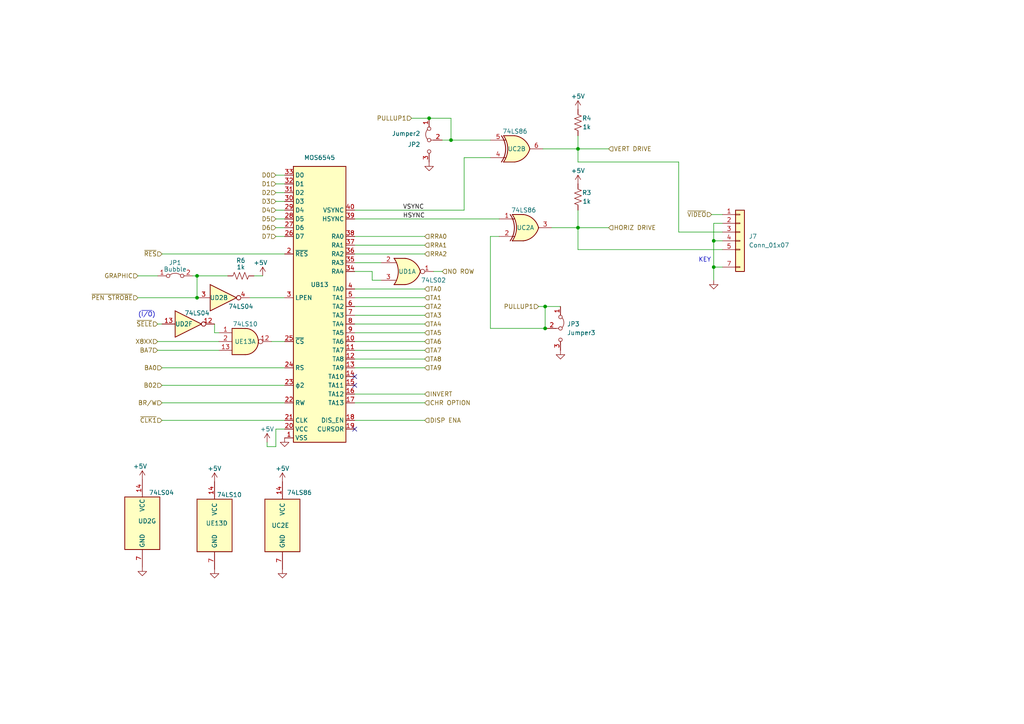
<source format=kicad_sch>
(kicad_sch (version 20250114) (generator "eeschema") (generator_version "9.0")
  (paper "A4")
  (title_block (title "CRTC and Sync Buffers") (rev "E") (company "Commodore") (comment 1 "8032081-10") (comment 2 "Logic Diagram Universal Dynamic PET") (comment 3 "http://www.zimmers.net/anonftp/pub/cbm/schematics/computers/pet/univ/8032081-10.gif"))
  (lib_symbols
    (symbol "74xx:74LS02" (pin_names (offset 1.016))
      (property "Reference" "U" (at 0 1.27 0))
      (property "Value" "74LS02" (at 0 -1.27 0))
      (symbol "74LS02_1_1"
        (arc (start -3.81 3.81) (mid -2.589 0) (end -3.81 -3.81) (stroke (width 0.254)))
        (polyline (pts (xy -3.81 3.81) (xy -0.635 3.81)) (stroke (width 0.254)) (fill (type background)))
        (polyline (pts (xy -3.81 -3.81) (xy -0.635 -3.81)) (stroke (width 0.254)) (fill (type background)))
        (arc (start 3.81 0) (mid 2.1855 -2.584) (end -0.6096 -3.81) (stroke (width 0.254)) (fill (type background)))
        (arc (start -0.6096 3.81) (mid 2.1928 2.5924) (end 3.81 0) (stroke (width 0.254)) (fill (type background)))
        (polyline (pts (xy -0.635 3.81) (xy -3.81 3.81) (xy -3.81 3.81) (xy -3.556 3.4036) (xy -3.0226 2.2606) (xy -2.6924 1.0414) (xy -2.6162 -0.254) (xy -2.7686 -1.4986) (xy -3.175 -2.7178) (xy -3.81 -3.81) (xy -3.81 -3.81) (xy -0.635 -3.81)) (stroke (width -25.4)) (fill (type background)))
        (pin input line (at -7.62 2.54 0) (length 4.318) (name "~") (number "2"))
        (pin input line (at -7.62 -2.54 0) (length 4.318) (name "~") (number "3"))
        (pin output inverted (at 7.62 0 180) (length 3.81) (name "~") (number "1"))
      )
      (symbol "74LS02_1_2"
        (arc (start 0 3.81) (mid 3.7934 0) (end 0 -3.81) (stroke (width 0.254)) (fill (type background)))
        (polyline (pts (xy 0 3.81) (xy -3.81 3.81) (xy -3.81 -3.81) (xy 0 -3.81)) (stroke (width 0.254)) (fill (type background)))
        (pin input inverted (at -7.62 2.54 0) (length 3.81) (name "~") (number "2"))
        (pin input inverted (at -7.62 -2.54 0) (length 3.81) (name "~") (number "3"))
        (pin output line (at 7.62 0 180) (length 3.81) (name "~") (number "1"))
      )
      (symbol "74LS02_2_1"
        (arc (start -3.81 3.81) (mid -2.589 0) (end -3.81 -3.81) (stroke (width 0.254)))
        (polyline (pts (xy -3.81 3.81) (xy -0.635 3.81)) (stroke (width 0.254)) (fill (type background)))
        (polyline (pts (xy -3.81 -3.81) (xy -0.635 -3.81)) (stroke (width 0.254)) (fill (type background)))
        (arc (start 3.81 0) (mid 2.1855 -2.584) (end -0.6096 -3.81) (stroke (width 0.254)) (fill (type background)))
        (arc (start -0.6096 3.81) (mid 2.1928 2.5924) (end 3.81 0) (stroke (width 0.254)) (fill (type background)))
        (polyline (pts (xy -0.635 3.81) (xy -3.81 3.81) (xy -3.81 3.81) (xy -3.556 3.4036) (xy -3.0226 2.2606) (xy -2.6924 1.0414) (xy -2.6162 -0.254) (xy -2.7686 -1.4986) (xy -3.175 -2.7178) (xy -3.81 -3.81) (xy -3.81 -3.81) (xy -0.635 -3.81)) (stroke (width -25.4)) (fill (type background)))
        (pin input line (at -7.62 2.54 0) (length 4.318) (name "~") (number "5"))
        (pin input line (at -7.62 -2.54 0) (length 4.318) (name "~") (number "6"))
        (pin output inverted (at 7.62 0 180) (length 3.81) (name "~") (number "4"))
      )
      (symbol "74LS02_2_2"
        (arc (start 0 3.81) (mid 3.7934 0) (end 0 -3.81) (stroke (width 0.254)) (fill (type background)))
        (polyline (pts (xy 0 3.81) (xy -3.81 3.81) (xy -3.81 -3.81) (xy 0 -3.81)) (stroke (width 0.254)) (fill (type background)))
        (pin input inverted (at -7.62 2.54 0) (length 3.81) (name "~") (number "5"))
        (pin input inverted (at -7.62 -2.54 0) (length 3.81) (name "~") (number "6"))
        (pin output line (at 7.62 0 180) (length 3.81) (name "~") (number "4"))
      )
      (symbol "74LS02_3_1"
        (arc (start -3.81 3.81) (mid -2.589 0) (end -3.81 -3.81) (stroke (width 0.254)))
        (polyline (pts (xy -3.81 3.81) (xy -0.635 3.81)) (stroke (width 0.254)) (fill (type background)))
        (polyline (pts (xy -3.81 -3.81) (xy -0.635 -3.81)) (stroke (width 0.254)) (fill (type background)))
        (arc (start 3.81 0) (mid 2.1855 -2.584) (end -0.6096 -3.81) (stroke (width 0.254)) (fill (type background)))
        (arc (start -0.6096 3.81) (mid 2.1928 2.5924) (end 3.81 0) (stroke (width 0.254)) (fill (type background)))
        (polyline (pts (xy -0.635 3.81) (xy -3.81 3.81) (xy -3.81 3.81) (xy -3.556 3.4036) (xy -3.0226 2.2606) (xy -2.6924 1.0414) (xy -2.6162 -0.254) (xy -2.7686 -1.4986) (xy -3.175 -2.7178) (xy -3.81 -3.81) (xy -3.81 -3.81) (xy -0.635 -3.81)) (stroke (width -25.4)) (fill (type background)))
        (pin input line (at -7.62 2.54 0) (length 4.318) (name "~") (number "8"))
        (pin input line (at -7.62 -2.54 0) (length 4.318) (name "~") (number "9"))
        (pin output inverted (at 7.62 0 180) (length 3.81) (name "~") (number "10"))
      )
      (symbol "74LS02_3_2"
        (arc (start 0 3.81) (mid 3.7934 0) (end 0 -3.81) (stroke (width 0.254)) (fill (type background)))
        (polyline (pts (xy 0 3.81) (xy -3.81 3.81) (xy -3.81 -3.81) (xy 0 -3.81)) (stroke (width 0.254)) (fill (type background)))
        (pin input inverted (at -7.62 2.54 0) (length 3.81) (name "~") (number "8"))
        (pin input inverted (at -7.62 -2.54 0) (length 3.81) (name "~") (number "9"))
        (pin output line (at 7.62 0 180) (length 3.81) (name "~") (number "10"))
      )
      (symbol "74LS02_4_1"
        (arc (start -3.81 3.81) (mid -2.589 0) (end -3.81 -3.81) (stroke (width 0.254)))
        (polyline (pts (xy -3.81 3.81) (xy -0.635 3.81)) (stroke (width 0.254)) (fill (type background)))
        (polyline (pts (xy -3.81 -3.81) (xy -0.635 -3.81)) (stroke (width 0.254)) (fill (type background)))
        (arc (start 3.81 0) (mid 2.1855 -2.584) (end -0.6096 -3.81) (stroke (width 0.254)) (fill (type background)))
        (arc (start -0.6096 3.81) (mid 2.1928 2.5924) (end 3.81 0) (stroke (width 0.254)) (fill (type background)))
        (polyline (pts (xy -0.635 3.81) (xy -3.81 3.81) (xy -3.81 3.81) (xy -3.556 3.4036) (xy -3.0226 2.2606) (xy -2.6924 1.0414) (xy -2.6162 -0.254) (xy -2.7686 -1.4986) (xy -3.175 -2.7178) (xy -3.81 -3.81) (xy -3.81 -3.81) (xy -0.635 -3.81)) (stroke (width -25.4)) (fill (type background)))
        (pin input line (at -7.62 2.54 0) (length 4.318) (name "~") (number "11"))
        (pin input line (at -7.62 -2.54 0) (length 4.318) (name "~") (number "12"))
        (pin output inverted (at 7.62 0 180) (length 3.81) (name "~") (number "13"))
      )
      (symbol "74LS02_4_2"
        (arc (start 0 3.81) (mid 3.7934 0) (end 0 -3.81) (stroke (width 0.254)) (fill (type background)))
        (polyline (pts (xy 0 3.81) (xy -3.81 3.81) (xy -3.81 -3.81) (xy 0 -3.81)) (stroke (width 0.254)) (fill (type background)))
        (pin input inverted (at -7.62 2.54 0) (length 3.81) (name "~") (number "11"))
        (pin input inverted (at -7.62 -2.54 0) (length 3.81) (name "~") (number "12"))
        (pin output line (at 7.62 0 180) (length 3.81) (name "~") (number "13"))
      )
      (symbol "74LS02_5_0"
        (pin power_in line (at 0 12.7 270) (length 5.08) (name "VCC") (number "14"))
        (pin power_in line (at 0 -12.7 90) (length 5.08) (name "GND") (number "7"))
      )
      (symbol "74LS02_5_1"
        (rectangle (start -5.08 7.62) (end 5.08 -7.62) (stroke (width 0.254)) (fill (type background)))
      )
    )
    (symbol "74xx:74LS04"
      (property "Reference" "U" (at 0 1.27 0))
      (property "Value" "74LS04" (at 0 -1.27 0))
      (symbol "74LS04_1_0"
        (polyline (pts (xy -3.81 3.81) (xy -3.81 -3.81) (xy 3.81 0) (xy -3.81 3.81)) (stroke (width 0.254)) (fill (type background)))
        (pin input line (at -7.62 0 0) (length 3.81) (name "~") (number "1"))
        (pin output inverted (at 7.62 0 180) (length 3.81) (name "~") (number "2"))
      )
      (symbol "74LS04_2_0"
        (polyline (pts (xy -3.81 3.81) (xy -3.81 -3.81) (xy 3.81 0) (xy -3.81 3.81)) (stroke (width 0.254)) (fill (type background)))
        (pin input line (at -7.62 0 0) (length 3.81) (name "~") (number "3"))
        (pin output inverted (at 7.62 0 180) (length 3.81) (name "~") (number "4"))
      )
      (symbol "74LS04_3_0"
        (polyline (pts (xy -3.81 3.81) (xy -3.81 -3.81) (xy 3.81 0) (xy -3.81 3.81)) (stroke (width 0.254)) (fill (type background)))
        (pin input line (at -7.62 0 0) (length 3.81) (name "~") (number "5"))
        (pin output inverted (at 7.62 0 180) (length 3.81) (name "~") (number "6"))
      )
      (symbol "74LS04_4_0"
        (polyline (pts (xy -3.81 3.81) (xy -3.81 -3.81) (xy 3.81 0) (xy -3.81 3.81)) (stroke (width 0.254)) (fill (type background)))
        (pin input line (at -7.62 0 0) (length 3.81) (name "~") (number "9"))
        (pin output inverted (at 7.62 0 180) (length 3.81) (name "~") (number "8"))
      )
      (symbol "74LS04_5_0"
        (polyline (pts (xy -3.81 3.81) (xy -3.81 -3.81) (xy 3.81 0) (xy -3.81 3.81)) (stroke (width 0.254)) (fill (type background)))
        (pin input line (at -7.62 0 0) (length 3.81) (name "~") (number "11"))
        (pin output inverted (at 7.62 0 180) (length 3.81) (name "~") (number "10"))
      )
      (symbol "74LS04_6_0"
        (polyline (pts (xy -3.81 3.81) (xy -3.81 -3.81) (xy 3.81 0) (xy -3.81 3.81)) (stroke (width 0.254)) (fill (type background)))
        (pin input line (at -7.62 0 0) (length 3.81) (name "~") (number "13"))
        (pin output inverted (at 7.62 0 180) (length 3.81) (name "~") (number "12"))
      )
      (symbol "74LS04_7_0"
        (pin power_in line (at 0 12.7 270) (length 5.08) (name "VCC") (number "14"))
        (pin power_in line (at 0 -12.7 90) (length 5.08) (name "GND") (number "7"))
      )
      (symbol "74LS04_7_1"
        (rectangle (start -5.08 7.62) (end 5.08 -7.62) (stroke (width 0.254)) (fill (type background)))
      )
    )
    (symbol "74xx:74LS10" (pin_names (offset 1.016))
      (property "Reference" "U" (at 0 1.27 0))
      (property "Value" "74LS10" (at 0 -1.27 0))
      (symbol "74LS10_1_1"
        (arc (start 0 3.81) (mid 3.7934 0) (end 0 -3.81) (stroke (width 0.254)) (fill (type background)))
        (polyline (pts (xy 0 3.81) (xy -3.81 3.81) (xy -3.81 -3.81) (xy 0 -3.81)) (stroke (width 0.254)) (fill (type background)))
        (pin input line (at -7.62 2.54 0) (length 3.81) (name "~") (number "1"))
        (pin input line (at -7.62 0 0) (length 3.81) (name "~") (number "2"))
        (pin input line (at -7.62 -2.54 0) (length 3.81) (name "~") (number "13"))
        (pin output inverted (at 7.62 0 180) (length 3.81) (name "~") (number "12"))
      )
      (symbol "74LS10_1_2"
        (arc (start -3.81 3.81) (mid -2.589 0) (end -3.81 -3.81) (stroke (width 0.254)))
        (polyline (pts (xy -3.81 3.81) (xy -0.635 3.81)) (stroke (width 0.254)) (fill (type background)))
        (polyline (pts (xy -3.81 -3.81) (xy -0.635 -3.81)) (stroke (width 0.254)) (fill (type background)))
        (arc (start 3.81 0) (mid 2.1855 -2.584) (end -0.6096 -3.81) (stroke (width 0.254)) (fill (type background)))
        (arc (start -0.6096 3.81) (mid 2.1928 2.5924) (end 3.81 0) (stroke (width 0.254)) (fill (type background)))
        (polyline (pts (xy -0.635 3.81) (xy -3.81 3.81) (xy -3.81 3.81) (xy -3.556 3.4036) (xy -3.0226 2.2606) (xy -2.6924 1.0414) (xy -2.6162 -0.254) (xy -2.7686 -1.4986) (xy -3.175 -2.7178) (xy -3.81 -3.81) (xy -3.81 -3.81) (xy -0.635 -3.81)) (stroke (width -25.4)) (fill (type background)))
        (pin input inverted (at -7.62 2.54 0) (length 4.318) (name "~") (number "1"))
        (pin input inverted (at -7.62 0 0) (length 4.953) (name "~") (number "2"))
        (pin input inverted (at -7.62 -2.54 0) (length 4.318) (name "~") (number "13"))
        (pin output line (at 7.62 0 180) (length 3.81) (name "~") (number "12"))
      )
      (symbol "74LS10_2_1"
        (arc (start 0 3.81) (mid 3.7934 0) (end 0 -3.81) (stroke (width 0.254)) (fill (type background)))
        (polyline (pts (xy 0 3.81) (xy -3.81 3.81) (xy -3.81 -3.81) (xy 0 -3.81)) (stroke (width 0.254)) (fill (type background)))
        (pin input line (at -7.62 2.54 0) (length 3.81) (name "~") (number "3"))
        (pin input line (at -7.62 0 0) (length 3.81) (name "~") (number "4"))
        (pin input line (at -7.62 -2.54 0) (length 3.81) (name "~") (number "5"))
        (pin output inverted (at 7.62 0 180) (length 3.81) (name "~") (number "6"))
      )
      (symbol "74LS10_2_2"
        (arc (start -3.81 3.81) (mid -2.589 0) (end -3.81 -3.81) (stroke (width 0.254)))
        (polyline (pts (xy -3.81 3.81) (xy -0.635 3.81)) (stroke (width 0.254)) (fill (type background)))
        (polyline (pts (xy -3.81 -3.81) (xy -0.635 -3.81)) (stroke (width 0.254)) (fill (type background)))
        (arc (start 3.81 0) (mid 2.1855 -2.584) (end -0.6096 -3.81) (stroke (width 0.254)) (fill (type background)))
        (arc (start -0.6096 3.81) (mid 2.1928 2.5924) (end 3.81 0) (stroke (width 0.254)) (fill (type background)))
        (polyline (pts (xy -0.635 3.81) (xy -3.81 3.81) (xy -3.81 3.81) (xy -3.556 3.4036) (xy -3.0226 2.2606) (xy -2.6924 1.0414) (xy -2.6162 -0.254) (xy -2.7686 -1.4986) (xy -3.175 -2.7178) (xy -3.81 -3.81) (xy -3.81 -3.81) (xy -0.635 -3.81)) (stroke (width -25.4)) (fill (type background)))
        (pin input inverted (at -7.62 2.54 0) (length 4.318) (name "~") (number "3"))
        (pin input inverted (at -7.62 0 0) (length 4.953) (name "~") (number "4"))
        (pin input inverted (at -7.62 -2.54 0) (length 4.318) (name "~") (number "5"))
        (pin output line (at 7.62 0 180) (length 3.81) (name "~") (number "6"))
      )
      (symbol "74LS10_3_1"
        (arc (start 0 3.81) (mid 3.7934 0) (end 0 -3.81) (stroke (width 0.254)) (fill (type background)))
        (polyline (pts (xy 0 3.81) (xy -3.81 3.81) (xy -3.81 -3.81) (xy 0 -3.81)) (stroke (width 0.254)) (fill (type background)))
        (pin input line (at -7.62 2.54 0) (length 3.81) (name "~") (number "9"))
        (pin input line (at -7.62 0 0) (length 3.81) (name "~") (number "10"))
        (pin input line (at -7.62 -2.54 0) (length 3.81) (name "~") (number "11"))
        (pin output inverted (at 7.62 0 180) (length 3.81) (name "~") (number "8"))
      )
      (symbol "74LS10_3_2"
        (arc (start -3.81 3.81) (mid -2.589 0) (end -3.81 -3.81) (stroke (width 0.254)))
        (polyline (pts (xy -3.81 3.81) (xy -0.635 3.81)) (stroke (width 0.254)) (fill (type background)))
        (polyline (pts (xy -3.81 -3.81) (xy -0.635 -3.81)) (stroke (width 0.254)) (fill (type background)))
        (arc (start 3.81 0) (mid 2.1855 -2.584) (end -0.6096 -3.81) (stroke (width 0.254)) (fill (type background)))
        (arc (start -0.6096 3.81) (mid 2.1928 2.5924) (end 3.81 0) (stroke (width 0.254)) (fill (type background)))
        (polyline (pts (xy -0.635 3.81) (xy -3.81 3.81) (xy -3.81 3.81) (xy -3.556 3.4036) (xy -3.0226 2.2606) (xy -2.6924 1.0414) (xy -2.6162 -0.254) (xy -2.7686 -1.4986) (xy -3.175 -2.7178) (xy -3.81 -3.81) (xy -3.81 -3.81) (xy -0.635 -3.81)) (stroke (width -25.4)) (fill (type background)))
        (pin input inverted (at -7.62 2.54 0) (length 4.318) (name "~") (number "9"))
        (pin input inverted (at -7.62 0 0) (length 4.953) (name "~") (number "10"))
        (pin input inverted (at -7.62 -2.54 0) (length 4.318) (name "~") (number "11"))
        (pin output line (at 7.62 0 180) (length 3.81) (name "~") (number "8"))
      )
      (symbol "74LS10_4_0"
        (pin power_in line (at 0 12.7 270) (length 5.08) (name "VCC") (number "14"))
        (pin power_in line (at 0 -12.7 90) (length 5.08) (name "GND") (number "7"))
      )
      (symbol "74LS10_4_1"
        (rectangle (start -5.08 7.62) (end 5.08 -7.62) (stroke (width 0.254)) (fill (type background)))
      )
    )
    (symbol "74xx:74LS86" (pin_names (offset 1.016))
      (property "Reference" "U" (at 0 1.27 0))
      (property "Value" "74LS86" (at 0 -1.27 0))
      (symbol "74LS86_1_0"
        (arc (start -4.4196 3.81) (mid -3.2033 0) (end -4.4196 -3.81) (stroke (width 0.254)))
        (arc (start -3.81 3.81) (mid -2.589 0) (end -3.81 -3.81) (stroke (width 0.254)))
        (polyline (pts (xy -3.81 3.81) (xy -0.635 3.81)) (stroke (width 0.254)) (fill (type background)))
        (polyline (pts (xy -3.81 -3.81) (xy -0.635 -3.81)) (stroke (width 0.254)) (fill (type background)))
        (arc (start 3.81 0) (mid 2.1855 -2.584) (end -0.6096 -3.81) (stroke (width 0.254)) (fill (type background)))
        (arc (start -0.6096 3.81) (mid 2.1928 2.5924) (end 3.81 0) (stroke (width 0.254)) (fill (type background)))
        (polyline (pts (xy -0.635 3.81) (xy -3.81 3.81) (xy -3.81 3.81) (xy -3.556 3.4036) (xy -3.0226 2.2606) (xy -2.6924 1.0414) (xy -2.6162 -0.254) (xy -2.7686 -1.4986) (xy -3.175 -2.7178) (xy -3.81 -3.81) (xy -3.81 -3.81) (xy -0.635 -3.81)) (stroke (width -25.4)) (fill (type background)))
        (pin input line (at -7.62 2.54 0) (length 4.445) (name "~") (number "1"))
        (pin input line (at -7.62 -2.54 0) (length 4.445) (name "~") (number "2"))
        (pin output line (at 7.62 0 180) (length 3.81) (name "~") (number "3"))
      )
      (symbol "74LS86_1_1"
        (polyline (pts (xy -3.81 2.54) (xy -3.175 2.54)) (stroke (width 0.1524)))
        (polyline (pts (xy -3.81 -2.54) (xy -3.175 -2.54)) (stroke (width 0.1524)))
      )
      (symbol "74LS86_2_0"
        (arc (start -4.4196 3.81) (mid -3.2033 0) (end -4.4196 -3.81) (stroke (width 0.254)))
        (arc (start -3.81 3.81) (mid -2.589 0) (end -3.81 -3.81) (stroke (width 0.254)))
        (polyline (pts (xy -3.81 3.81) (xy -0.635 3.81)) (stroke (width 0.254)) (fill (type background)))
        (polyline (pts (xy -3.81 -3.81) (xy -0.635 -3.81)) (stroke (width 0.254)) (fill (type background)))
        (arc (start 3.81 0) (mid 2.1855 -2.584) (end -0.6096 -3.81) (stroke (width 0.254)) (fill (type background)))
        (arc (start -0.6096 3.81) (mid 2.1928 2.5924) (end 3.81 0) (stroke (width 0.254)) (fill (type background)))
        (polyline (pts (xy -0.635 3.81) (xy -3.81 3.81) (xy -3.81 3.81) (xy -3.556 3.4036) (xy -3.0226 2.2606) (xy -2.6924 1.0414) (xy -2.6162 -0.254) (xy -2.7686 -1.4986) (xy -3.175 -2.7178) (xy -3.81 -3.81) (xy -3.81 -3.81) (xy -0.635 -3.81)) (stroke (width -25.4)) (fill (type background)))
        (pin input line (at -7.62 2.54 0) (length 4.445) (name "~") (number "4"))
        (pin input line (at -7.62 -2.54 0) (length 4.445) (name "~") (number "5"))
        (pin output line (at 7.62 0 180) (length 3.81) (name "~") (number "6"))
      )
      (symbol "74LS86_2_1"
        (polyline (pts (xy -3.81 2.54) (xy -3.175 2.54)) (stroke (width 0.1524)))
        (polyline (pts (xy -3.81 -2.54) (xy -3.175 -2.54)) (stroke (width 0.1524)))
      )
      (symbol "74LS86_3_0"
        (arc (start -4.4196 3.81) (mid -3.2033 0) (end -4.4196 -3.81) (stroke (width 0.254)))
        (arc (start -3.81 3.81) (mid -2.589 0) (end -3.81 -3.81) (stroke (width 0.254)))
        (polyline (pts (xy -3.81 3.81) (xy -0.635 3.81)) (stroke (width 0.254)) (fill (type background)))
        (polyline (pts (xy -3.81 -3.81) (xy -0.635 -3.81)) (stroke (width 0.254)) (fill (type background)))
        (arc (start 3.81 0) (mid 2.1855 -2.584) (end -0.6096 -3.81) (stroke (width 0.254)) (fill (type background)))
        (arc (start -0.6096 3.81) (mid 2.1928 2.5924) (end 3.81 0) (stroke (width 0.254)) (fill (type background)))
        (polyline (pts (xy -0.635 3.81) (xy -3.81 3.81) (xy -3.81 3.81) (xy -3.556 3.4036) (xy -3.0226 2.2606) (xy -2.6924 1.0414) (xy -2.6162 -0.254) (xy -2.7686 -1.4986) (xy -3.175 -2.7178) (xy -3.81 -3.81) (xy -3.81 -3.81) (xy -0.635 -3.81)) (stroke (width -25.4)) (fill (type background)))
        (pin input line (at -7.62 2.54 0) (length 4.445) (name "~") (number "9"))
        (pin input line (at -7.62 -2.54 0) (length 4.445) (name "~") (number "10"))
        (pin output line (at 7.62 0 180) (length 3.81) (name "~") (number "8"))
      )
      (symbol "74LS86_3_1"
        (polyline (pts (xy -3.81 2.54) (xy -3.175 2.54)) (stroke (width 0.1524)))
        (polyline (pts (xy -3.81 -2.54) (xy -3.175 -2.54)) (stroke (width 0.1524)))
      )
      (symbol "74LS86_4_0"
        (arc (start -4.4196 3.81) (mid -3.2033 0) (end -4.4196 -3.81) (stroke (width 0.254)))
        (arc (start -3.81 3.81) (mid -2.589 0) (end -3.81 -3.81) (stroke (width 0.254)))
        (polyline (pts (xy -3.81 3.81) (xy -0.635 3.81)) (stroke (width 0.254)) (fill (type background)))
        (polyline (pts (xy -3.81 -3.81) (xy -0.635 -3.81)) (stroke (width 0.254)) (fill (type background)))
        (arc (start 3.81 0) (mid 2.1855 -2.584) (end -0.6096 -3.81) (stroke (width 0.254)) (fill (type background)))
        (arc (start -0.6096 3.81) (mid 2.1928 2.5924) (end 3.81 0) (stroke (width 0.254)) (fill (type background)))
        (polyline (pts (xy -0.635 3.81) (xy -3.81 3.81) (xy -3.81 3.81) (xy -3.556 3.4036) (xy -3.0226 2.2606) (xy -2.6924 1.0414) (xy -2.6162 -0.254) (xy -2.7686 -1.4986) (xy -3.175 -2.7178) (xy -3.81 -3.81) (xy -3.81 -3.81) (xy -0.635 -3.81)) (stroke (width -25.4)) (fill (type background)))
        (pin input line (at -7.62 2.54 0) (length 4.445) (name "~") (number "12"))
        (pin input line (at -7.62 -2.54 0) (length 4.445) (name "~") (number "13"))
        (pin output line (at 7.62 0 180) (length 3.81) (name "~") (number "11"))
      )
      (symbol "74LS86_4_1"
        (polyline (pts (xy -3.81 2.54) (xy -3.175 2.54)) (stroke (width 0.1524)))
        (polyline (pts (xy -3.81 -2.54) (xy -3.175 -2.54)) (stroke (width 0.1524)))
      )
      (symbol "74LS86_5_0"
        (pin power_in line (at 0 12.7 270) (length 5.08) (name "VCC") (number "14"))
        (pin power_in line (at 0 -12.7 90) (length 5.08) (name "GND") (number "7"))
      )
      (symbol "74LS86_5_1"
        (rectangle (start -5.08 7.62) (end 5.08 -7.62) (stroke (width 0.254)) (fill (type background)))
      )
    )
    (symbol "Connector_Generic:Conn_01x07" (pin_names (offset 1.016) (hide yes))
      (property "Reference" "J7" (at 2.54 1.27 0))
      (property "Value" "Conn_01x07" (at 2.54 -1.27 0))
      (symbol "Conn_01x07_1_1"
        (rectangle (start -1.27 8.89) (end 1.27 -8.89) (stroke (width 0.254)) (fill (type background)))
        (rectangle (start -1.27 7.747) (end 0 7.493) (stroke (width 0.1524)))
        (rectangle (start -1.27 5.207) (end 0 4.953) (stroke (width 0.1524)))
        (rectangle (start -1.27 2.667) (end 0 2.413) (stroke (width 0.1524)))
        (rectangle (start -1.27 0.127) (end 0 -0.127) (stroke (width 0.1524)))
        (rectangle (start -1.27 -2.413) (end 0 -2.667) (stroke (width 0.1524)))
        (rectangle (start -1.27 -7.493) (end 0 -7.747) (stroke (width 0.1524)))
        (pin passive line (at -5.08 7.62 0) (length 3.81) (name "Pin_1") (number "1"))
        (pin passive line (at -5.08 5.08 0) (length 3.81) (name "Pin_2") (number "2"))
        (pin passive line (at -5.08 2.54 0) (length 3.81) (name "Pin_3") (number "3"))
        (pin passive line (at -5.08 0 0) (length 3.81) (name "Pin_4") (number "4"))
        (pin passive line (at -5.08 -2.54 0) (length 3.81) (name "Pin_5") (number "5"))
        (pin passive line (at -5.08 -7.62 0) (length 3.81) (name "Pin_7") (number "7"))
      )
    )
    (symbol "Device:R_US" (pin_numbers (hide yes)) (pin_names (offset 0))
      (property "Reference" "R" (at 2.54 0 90))
      (property "Value" "R_US" (at -2.54 0 90))
      (symbol "R_US_0_1"
        (polyline (pts (xy 0 2.286) (xy 0 2.54)))
        (polyline (pts (xy 0 2.286) (xy 1.016 1.905) (xy 0 1.524) (xy -1.016 1.143) (xy 0 0.762)))
        (polyline (pts (xy 0 0.762) (xy 1.016 0.381) (xy 0 0) (xy -1.016 -0.381) (xy 0 -0.762)))
        (polyline (pts (xy 0 -0.762) (xy 1.016 -1.143) (xy 0 -1.524) (xy -1.016 -1.905) (xy 0 -2.286)))
        (polyline (pts (xy 0 -2.286) (xy 0 -2.54)))
      )
      (symbol "R_US_1_1"
        (pin passive line (at 0 3.81 270) (length 1.27) (name "~") (number "1"))
        (pin passive line (at 0 -3.81 90) (length 1.27) (name "~") (number "2"))
      )
    )
    (symbol "Jumper:Jumper_2_Bridged" (pin_names (offset 0) (hide yes))
      (property "Reference" "JP" (at 0 1.905 0))
      (property "Value" "Jumper_2_Bridged" (at 0 -2.54 0))
      (symbol "Jumper_2_Bridged_0_0"
        (circle (center -2.032 0) (radius 0.508))
        (circle (center 2.032 0) (radius 0.508))
      )
      (symbol "Jumper_2_Bridged_0_1"
        (arc (start -1.524 0.254) (mid 0 0.762) (end 1.524 0.254))
      )
      (symbol "Jumper_2_Bridged_1_1"
        (pin passive line (at -5.08 0 0) (length 2.54) (name "A") (number "1"))
        (pin passive line (at 5.08 0 180) (length 2.54) (name "B") (number "2"))
      )
    )
    (symbol "Jumper:Jumper_3_Bridged12" (pin_names (offset 0) (hide yes))
      (property "Reference" "JP" (at -2.54 -2.54 0))
      (property "Value" "Jumper_3_Bridged12" (at 0 2.794 0))
      (symbol "Jumper_3_Bridged12_0_0"
        (circle (center -3.302 0) (radius 0.508))
        (circle (center 0 0) (radius 0.508))
        (circle (center 3.302 0) (radius 0.508))
      )
      (symbol "Jumper_3_Bridged12_0_1"
        (arc (start -3.048 0.508) (mid -1.651 0.9912) (end -0.254 0.508))
        (polyline (pts (xy 0 -1.27) (xy 0 -0.508)))
      )
      (symbol "Jumper_3_Bridged12_1_1"
        (pin passive line (at -6.35 0 0) (length 2.54) (name "A") (number "1"))
        (pin passive line (at 0 -3.81 90) (length 2.54) (name "C") (number "2"))
        (pin passive line (at 6.35 0 180) (length 2.54) (name "B") (number "3"))
      )
    )
    (symbol "MOS:MOS6545"
      (property "Reference" "U" (at 2.54 40.64 0))
      (property "Value" "MOS6545" (at 2.54 38.1 0))
      (symbol "MOS6545_0_1"
        (rectangle (start -7.62 35.56) (end 7.62 -44.45) (stroke (width 0.254)) (fill (type background)))
      )
      (symbol "MOS6545_1_1"
        (pin bidirectional line (at -10.16 33.02 0) (length 2.54) (name "D0") (number "33"))
        (pin bidirectional line (at -10.16 30.48 0) (length 2.54) (name "D1") (number "32"))
        (pin bidirectional line (at -10.16 27.94 0) (length 2.54) (name "D2") (number "31"))
        (pin bidirectional line (at -10.16 25.4 0) (length 2.54) (name "D3") (number "30"))
        (pin bidirectional line (at -10.16 22.86 0) (length 2.54) (name "D4") (number "29"))
        (pin bidirectional line (at -10.16 20.32 0) (length 2.54) (name "D5") (number "28"))
        (pin bidirectional line (at -10.16 17.78 0) (length 2.54) (name "D6") (number "27"))
        (pin bidirectional line (at -10.16 15.24 0) (length 2.54) (name "D7") (number "26"))
        (pin input line (at -10.16 10.16 0) (length 2.54) (name "~{RES}") (number "2"))
        (pin input line (at -10.16 -2.54 0) (length 2.54) (name "LPEN") (number "3"))
        (pin input line (at -10.16 -15.24 0) (length 2.54) (name "~{CS}") (number "25"))
        (pin input line (at -10.16 -22.86 0) (length 2.54) (name "RS") (number "24"))
        (pin input line (at -10.16 -27.94 0) (length 2.54) (name "ϕ2") (number "23"))
        (pin input line (at -10.16 -33.02 0) (length 2.54) (name "RW") (number "22"))
        (pin input line (at -10.16 -38.1 0) (length 2.54) (name "CLK") (number "21"))
        (pin power_in line (at -10.16 -40.64 0) (length 2.54) (name "VCC") (number "20"))
        (pin power_in line (at -10.16 -43.18 0) (length 2.54) (name "VSS") (number "1"))
        (pin output line (at 10.16 22.86 180) (length 2.54) (name "VSYNC") (number "40"))
        (pin output line (at 10.16 20.32 180) (length 2.54) (name "HSYNC") (number "39"))
        (pin output line (at 10.16 15.24 180) (length 2.54) (name "RA0") (number "38"))
        (pin output line (at 10.16 12.7 180) (length 2.54) (name "RA1") (number "37"))
        (pin output line (at 10.16 10.16 180) (length 2.54) (name "RA2") (number "36"))
        (pin output line (at 10.16 7.62 180) (length 2.54) (name "RA3") (number "35"))
        (pin output line (at 10.16 5.08 180) (length 2.54) (name "RA4") (number "34"))
        (pin output line (at 10.16 0 180) (length 2.54) (name "TA0") (number "4"))
        (pin output line (at 10.16 -2.54 180) (length 2.54) (name "TA1") (number "5"))
        (pin output line (at 10.16 -5.08 180) (length 2.54) (name "TA2") (number "6"))
        (pin output line (at 10.16 -7.62 180) (length 2.54) (name "TA3") (number "7"))
        (pin output line (at 10.16 -10.16 180) (length 2.54) (name "TA4") (number "8"))
        (pin output line (at 10.16 -12.7 180) (length 2.54) (name "TA5") (number "9"))
        (pin output line (at 10.16 -15.24 180) (length 2.54) (name "TA6") (number "10"))
        (pin output line (at 10.16 -17.78 180) (length 2.54) (name "TA7") (number "11"))
        (pin output line (at 10.16 -20.32 180) (length 2.54) (name "TA8") (number "12"))
        (pin output line (at 10.16 -22.86 180) (length 2.54) (name "TA9") (number "13"))
        (pin output line (at 10.16 -25.4 180) (length 2.54) (name "TA10") (number "14"))
        (pin output line (at 10.16 -27.94 180) (length 2.54) (name "TA11") (number "15"))
        (pin output line (at 10.16 -30.48 180) (length 2.54) (name "TA12") (number "16"))
        (pin output line (at 10.16 -33.02 180) (length 2.54) (name "TA13") (number "17"))
        (pin output line (at 10.16 -38.1 180) (length 2.54) (name "DIS_EN") (number "18"))
        (pin output line (at 10.16 -40.64 180) (length 2.54) (name "CURSOR") (number "19"))
      )
    )
    (symbol "power:+5V" (power) (pin_names (offset 0))
      (property "Value" "+5V" (at 0 3.556 0))
      (symbol "+5V_0_1"
        (polyline (pts (xy -0.762 1.27) (xy 0 2.54)))
        (polyline (pts (xy 0 2.54) (xy 0.762 1.27)))
        (polyline (pts (xy 0 0) (xy 0 2.54)))
      )
      (symbol "+5V_1_1"
        (pin power_in line (at 0 0 90) (length 0) (hide yes) (name "+5V") (number "1"))
      )
    )
    (symbol "power:GND" (power) (pin_names (offset 0))
      (property "Value" "GND" (at 0 -3.81 0))
      (symbol "GND_0_1"
        (polyline (pts (xy 0 0) (xy 0 -1.27) (xy 1.27 -1.27) (xy 0 -2.54) (xy -1.27 -1.27) (xy 0 -1.27)))
      )
      (symbol "GND_1_1"
        (pin power_in line (at 0 0 270) (length 0) (hide yes) (name "GND") (number "1"))
      )
    )
  )
  (text "(~{I/O})" (at 40.005 92.075 0) (effects (font (size 1.27 1.27)) (justify left bottom)))
  (text "KEY" (at 202.565 76.2 0) (effects (font (size 1.27 1.27)) (justify left bottom)))
  (junction (at 158.115 95.25))
  (junction (at 207.01 77.47))
  (junction (at 57.15 80.01))
  (junction (at 158.115 88.9))
  (junction (at 124.46 34.29))
  (junction (at 167.64 43.18))
  (junction (at 167.64 66.04))
  (junction (at 130.81 40.64))
  (junction (at 57.15 86.36))
  (junction (at 207.01 69.85))
  (no_connect (at 102.87 124.46))
  (no_connect (at 102.87 111.76))
  (no_connect (at 102.87 109.22))
  (wire (pts (xy 124.46 34.29) (xy 130.81 34.29)))
  (wire (pts (xy 78.74 99.06) (xy 82.55 99.06)))
  (wire (pts (xy 102.87 93.98) (xy 123.19 93.98)))
  (wire (pts (xy 107.95 81.28) (xy 110.49 81.28)))
  (wire (pts (xy 142.24 95.25) (xy 142.24 68.58)))
  (wire (pts (xy 107.95 78.74) (xy 107.95 81.28)))
  (wire (pts (xy 102.87 99.06) (xy 123.19 99.06)))
  (wire (pts (xy 102.87 121.92) (xy 123.19 121.92)))
  (wire (pts (xy 102.87 96.52) (xy 123.19 96.52)))
  (wire (pts (xy 46.99 121.92) (xy 82.55 121.92)))
  (wire (pts (xy 62.23 96.52) (xy 62.23 93.98)))
  (wire (pts (xy 80.01 124.46) (xy 82.55 124.46)))
  (wire (pts (xy 102.87 101.6) (xy 123.19 101.6)))
  (wire (pts (xy 156.21 88.9) (xy 158.115 88.9)))
  (wire (pts (xy 80.01 60.96) (xy 82.55 60.96)))
  (wire (pts (xy 77.47 128.27) (xy 77.47 129.54)))
  (wire (pts (xy 102.87 63.5) (xy 144.78 63.5)))
  (wire (pts (xy 160.02 66.04) (xy 167.64 66.04)))
  (wire (pts (xy 45.72 99.06) (xy 63.5 99.06)))
  (wire (pts (xy 73.66 80.01) (xy 76.2 80.01)))
  (wire (pts (xy 55.88 80.01) (xy 57.15 80.01)))
  (wire (pts (xy 46.99 73.66) (xy 82.55 73.66)))
  (wire (pts (xy 80.01 53.34) (xy 82.55 53.34)))
  (wire (pts (xy 119.38 34.29) (xy 124.46 34.29)))
  (wire (pts (xy 80.01 129.54) (xy 80.01 124.46)))
  (wire (pts (xy 130.81 40.64) (xy 142.24 40.64)))
  (wire (pts (xy 209.55 64.77) (xy 207.01 64.77)))
  (wire (pts (xy 167.64 39.37) (xy 167.64 43.18)))
  (wire (pts (xy 102.87 86.36) (xy 123.19 86.36)))
  (wire (pts (xy 80.01 66.04) (xy 82.55 66.04)))
  (wire (pts (xy 134.62 45.72) (xy 142.24 45.72)))
  (wire (pts (xy 207.01 77.47) (xy 207.01 81.28)))
  (wire (pts (xy 102.87 106.68) (xy 123.19 106.68)))
  (wire (pts (xy 45.72 93.98) (xy 46.99 93.98)))
  (wire (pts (xy 46.99 106.68) (xy 82.55 106.68)))
  (wire (pts (xy 40.005 86.36) (xy 57.15 86.36)))
  (wire (pts (xy 125.73 78.74) (xy 128.27 78.74)))
  (wire (pts (xy 167.64 43.18) (xy 176.53 43.18)))
  (wire (pts (xy 130.81 34.29) (xy 130.81 40.64)))
  (wire (pts (xy 80.01 58.42) (xy 82.55 58.42)))
  (wire (pts (xy 46.99 116.84) (xy 82.55 116.84)))
  (wire (pts (xy 102.87 114.3) (xy 123.19 114.3)))
  (wire (pts (xy 40.005 80.01) (xy 45.72 80.01)))
  (wire (pts (xy 80.01 63.5) (xy 82.55 63.5)))
  (wire (pts (xy 102.87 116.84) (xy 123.19 116.84)))
  (wire (pts (xy 102.87 76.2) (xy 110.49 76.2)))
  (wire (pts (xy 57.15 86.36) (xy 57.15 80.01)))
  (wire (pts (xy 209.55 69.85) (xy 207.01 69.85)))
  (wire (pts (xy 206.375 62.23) (xy 209.55 62.23)))
  (wire (pts (xy 102.87 78.74) (xy 107.95 78.74)))
  (wire (pts (xy 102.87 91.44) (xy 123.19 91.44)))
  (wire (pts (xy 45.72 101.6) (xy 63.5 101.6)))
  (wire (pts (xy 102.87 73.66) (xy 123.19 73.66)))
  (wire (pts (xy 207.01 69.85) (xy 207.01 77.47)))
  (wire (pts (xy 167.64 46.99) (xy 167.64 43.18)))
  (wire (pts (xy 167.64 60.96) (xy 167.64 66.04)))
  (wire (pts (xy 102.87 104.14) (xy 123.19 104.14)))
  (wire (pts (xy 102.87 60.96) (xy 134.62 60.96)))
  (wire (pts (xy 207.01 77.47) (xy 209.55 77.47)))
  (wire (pts (xy 196.85 46.99) (xy 167.64 46.99)))
  (wire (pts (xy 102.87 88.9) (xy 123.19 88.9)))
  (wire (pts (xy 80.01 55.88) (xy 82.55 55.88)))
  (wire (pts (xy 209.55 67.31) (xy 196.85 67.31)))
  (wire (pts (xy 158.115 88.9) (xy 162.56 88.9)))
  (wire (pts (xy 157.48 43.18) (xy 167.64 43.18)))
  (wire (pts (xy 102.87 71.12) (xy 123.19 71.12)))
  (wire (pts (xy 158.115 95.25) (xy 142.24 95.25)))
  (wire (pts (xy 102.87 83.82) (xy 123.19 83.82)))
  (wire (pts (xy 46.99 111.76) (xy 82.55 111.76)))
  (wire (pts (xy 102.87 68.58) (xy 123.19 68.58)))
  (wire (pts (xy 63.5 96.52) (xy 62.23 96.52)))
  (wire (pts (xy 167.64 66.04) (xy 176.53 66.04)))
  (wire (pts (xy 57.15 80.01) (xy 66.04 80.01)))
  (wire (pts (xy 77.47 129.54) (xy 80.01 129.54)))
  (wire (pts (xy 167.64 72.39) (xy 167.64 66.04)))
  (wire (pts (xy 72.39 86.36) (xy 82.55 86.36)))
  (wire (pts (xy 134.62 60.96) (xy 134.62 45.72)))
  (wire (pts (xy 80.01 68.58) (xy 82.55 68.58)))
  (wire (pts (xy 158.75 95.25) (xy 158.115 95.25)))
  (wire (pts (xy 209.55 72.39) (xy 167.64 72.39)))
  (wire (pts (xy 128.27 40.64) (xy 130.81 40.64)))
  (wire (pts (xy 158.115 88.9) (xy 158.115 95.25)))
  (wire (pts (xy 207.01 64.77) (xy 207.01 69.85)))
  (wire (pts (xy 142.24 68.58) (xy 144.78 68.58)))
  (wire (pts (xy 196.85 67.31) (xy 196.85 46.99)))
  (wire (pts (xy 80.01 50.8) (xy 82.55 50.8)))
  (label "HSYNC" (at 116.84 63.5 0))
  (label "VSYNC" (at 116.84 60.96 0))
  (hierarchical_label "~{CLK1}" (shape input) (at 46.99 121.92 180))
  (hierarchical_label "TA3" (shape input) (at 123.19 91.44 0))
  (hierarchical_label "TA9" (shape input) (at 123.19 106.68 0))
  (hierarchical_label "TA7" (shape input) (at 123.19 101.6 0))
  (hierarchical_label "RRA2" (shape input) (at 123.19 73.66 0))
  (hierarchical_label "PULLUP1" (shape input) (at 119.38 34.29 180))
  (hierarchical_label "D4" (shape input) (at 80.01 60.96 180))
  (hierarchical_label "RRA1" (shape input) (at 123.19 71.12 0))
  (hierarchical_label "BA0" (shape input) (at 46.99 106.68 180))
  (hierarchical_label "D2" (shape input) (at 80.01 55.88 180))
  (hierarchical_label "PULLUP1" (shape input) (at 156.21 88.9 180))
  (hierarchical_label "TA5" (shape input) (at 123.19 96.52 0))
  (hierarchical_label "INVERT" (shape input) (at 123.19 114.3 0))
  (hierarchical_label "B02" (shape input) (at 46.99 111.76 180))
  (hierarchical_label "~{VIDEO}" (shape input) (at 206.375 62.23 180))
  (hierarchical_label "HORIZ DRIVE" (shape input) (at 176.53 66.04 0))
  (hierarchical_label "D6" (shape input) (at 80.01 66.04 180))
  (hierarchical_label "BA7" (shape input) (at 45.72 101.6 180))
  (hierarchical_label "~{PEN STROBE}" (shape input) (at 40.005 86.36 180))
  (hierarchical_label "TA8" (shape input) (at 123.19 104.14 0))
  (hierarchical_label "TA1" (shape input) (at 123.19 86.36 0))
  (hierarchical_label "D5" (shape input) (at 80.01 63.5 180))
  (hierarchical_label "~{SELE}" (shape input) (at 45.72 93.98 180))
  (hierarchical_label "NO ROW" (shape input) (at 128.27 78.74 0))
  (hierarchical_label "BR{slash}W" (shape input) (at 46.99 116.84 180))
  (hierarchical_label "TA2" (shape input) (at 123.19 88.9 0))
  (hierarchical_label "RRA0" (shape input) (at 123.19 68.58 0))
  (hierarchical_label "TA4" (shape input) (at 123.19 93.98 0))
  (hierarchical_label "TA6" (shape input) (at 123.19 99.06 0))
  (hierarchical_label "D3" (shape input) (at 80.01 58.42 180))
  (hierarchical_label "GRAPHIC" (shape input) (at 40.005 80.01 180))
  (hierarchical_label "TA0" (shape input) (at 123.19 83.82 0))
  (hierarchical_label "~{RES}" (shape input) (at 46.99 73.66 180))
  (hierarchical_label "X8XX" (shape input) (at 45.72 99.06 180))
  (hierarchical_label "D7" (shape input) (at 80.01 68.58 180))
  (hierarchical_label "D0" (shape input) (at 80.01 50.8 180))
  (hierarchical_label "D1" (shape input) (at 80.01 53.34 180))
  (hierarchical_label "CHR OPTION" (shape input) (at 123.19 116.84 0))
  (hierarchical_label "DISP ENA" (shape input) (at 123.19 121.92 0))
  (hierarchical_label "VERT DRIVE" (shape input) (at 176.53 43.18 0))
  (symbol (lib_id "Device:R_US") (at 167.64 57.15 0) (unit 1)
    (property "Reference" "R3" (at 170.18 55.88 0))
    (property "Value" "1k" (at 170.18 58.42 0))
    (property "Footprint" "Resistors:R_Axial" (effects (hide yes)))
  )
  (symbol (lib_id "Device:R_US") (at 69.85 80.01 90) (unit 1)
    (property "Reference" "R6" (at 69.85 75.565 90))
    (property "Value" "1k" (at 69.85 77.47 90))
    (property "Footprint" "Resistors:R_Axial" (effects (hide yes)))
  )
  (symbol (lib_id "power:+5V") (at 62.23 139.7 0) (unit 1)
    (property "Reference" "#PWR026" (effects (hide yes)))
    (property "Value" "+5V" (at 62.23 135.89 0))
  )
  (symbol (lib_id "Connector_Generic:Conn_01x07") (at 214.63 69.85 0) (unit 1)
    (property "Reference" "J7" (at 217.17 68.58 0) (effects (justify left)))
    (property "Value" "Conn_01x07" (at 217.17 71.12 0) (effects (justify left)))
    (property "Footprint" "Connectors:7 Pin Connector (J7)" (effects (hide yes)))
  )
  (symbol (lib_id "74xx:74LS86") (at 81.915 152.4 0) (unit 5)
    (property "Reference" "UC2" (at 78.74 152.4 0) (effects (justify left)))
    (property "Value" "74LS86" (at 83.185 142.875 0) (effects (justify left)))
    (property "Footprint" "Package_DIP:DIP-14_W7.62mm" (effects (hide yes)))
    (property "Datasheet" "74xx/74ls86.pdf" (effects (hide yes)))
  )
  (symbol (lib_id "Device:R_US") (at 167.64 35.56 0) (unit 1)
    (property "Reference" "R4" (at 170.18 34.29 0))
    (property "Value" "1k" (at 170.18 36.83 0))
    (property "Footprint" "Resistors:R_Axial" (effects (hide yes)))
  )
  (symbol (lib_id "Jumper:Jumper_3_Bridged12") (at 162.56 95.25 270) (unit 1) (in_bom no)
    (property "Reference" "JP3" (at 164.465 93.98 90) (effects (justify left)))
    (property "Value" "Jumper3" (at 164.465 96.52 90) (effects (justify left)))
    (property "Footprint" "Jumpers:Jumper-3Way" (effects (hide yes)))
  )
  (symbol (lib_id "power:GND") (at 62.23 165.1 0) (unit 1)
    (property "Reference" "#PWR032" (effects (hide yes)))
    (property "Value" "GND" (effects (hide yes)))
  )
  (symbol (lib_id "power:+5V") (at 76.2 80.01 0) (unit 1)
    (property "Reference" "#PWR025" (effects (hide yes)))
    (property "Value" "+5V" (at 75.565 76.2 0))
  )
  (symbol (lib_id "power:GND") (at 81.915 165.1 0) (unit 1)
    (property "Reference" "#PWR018" (effects (hide yes)))
    (property "Value" "GND" (effects (hide yes)))
  )
  (symbol (lib_id "74xx:74LS04") (at 41.275 151.765 0) (unit 7)
    (property "Reference" "UD2" (at 40.005 151.13 0) (effects (justify left)))
    (property "Value" "74LS04" (at 43.18 142.875 0) (effects (justify left)))
    (property "Footprint" "Package_DIP:DIP-14_W7.62mm" (effects (hide yes)))
    (property "Datasheet" "http://www.ti.com/lit/gpn/sn74LS04" (effects (hide yes)))
  )
  (symbol (lib_id "power:+5V") (at 167.64 53.34 0) (unit 1)
    (property "Reference" "#PWR049" (effects (hide yes)))
    (property "Value" "+5V" (at 167.64 49.53 0))
  )
  (symbol (lib_id "74xx:74LS86") (at 152.4 66.04 0) (unit 1)
    (property "Reference" "UC2" (at 152.4 66.04 0))
    (property "Value" "74LS86" (at 151.892 60.96 0))
    (property "Footprint" "Package_DIP:DIP-14_W7.62mm" (effects (hide yes)))
    (property "Datasheet" "74xx/74ls86.pdf" (effects (hide yes)))
  )
  (symbol (lib_id "74xx:74LS04") (at 64.77 86.36 0) (unit 2)
    (property "Reference" "UD2" (at 63.5 86.36 0))
    (property "Value" "74LS04" (at 69.85 88.9 0))
    (property "Footprint" "Package_DIP:DIP-14_W7.62mm" (effects (hide yes)))
    (property "Datasheet" "http://www.ti.com/lit/gpn/sn74LS04" (effects (hide yes)))
  )
  (symbol (lib_id "74xx:74LS04") (at 54.61 93.98 0) (unit 6)
    (property "Reference" "UD2" (at 53.34 93.98 0))
    (property "Value" "74LS04" (at 57.15 90.805 0))
    (property "Footprint" "Package_DIP:DIP-14_W7.62mm" (effects (hide yes)))
    (property "Datasheet" "http://www.ti.com/lit/gpn/sn74LS04" (effects (hide yes)))
  )
  (symbol (lib_id "power:+5V") (at 81.915 139.7 0) (unit 1)
    (property "Reference" "#PWR06" (effects (hide yes)))
    (property "Value" "+5V" (at 81.915 135.89 0))
  )
  (symbol (lib_id "Jumper:Jumper_3_Bridged12") (at 124.46 40.64 90) (mirror x) (unit 1) (in_bom no)
    (property "Reference" "JP2" (at 121.92 41.91 90) (effects (justify left)))
    (property "Value" "Jumper2" (at 121.92 38.735 90) (effects (justify left)))
    (property "Footprint" "Jumpers:Jumper-3Way" (effects (hide yes)))
  )
  (symbol (lib_id "74xx:74LS86") (at 149.86 43.18 0) (mirror x) (unit 2)
    (property "Reference" "UC2" (at 149.86 43.18 0))
    (property "Value" "74LS86" (at 149.352 38.1 0))
    (property "Footprint" "Package_DIP:DIP-14_W7.62mm" (effects (hide yes)))
    (property "Datasheet" "74xx/74ls86.pdf" (effects (hide yes)))
  )
  (symbol (lib_id "power:GND") (at 162.56 101.6 0) (unit 1)
    (property "Reference" "#PWR047" (effects (hide yes)))
    (property "Value" "GND" (effects (hide yes)))
  )
  (symbol (lib_id "power:+5V") (at 77.47 128.27 0) (unit 1)
    (property "Reference" "#PWR045" (effects (hide yes)))
    (property "Value" "+5V" (at 77.47 124.46 0))
  )
  (symbol (lib_id "power:GND") (at 82.55 127 0) (unit 1)
    (property "Reference" "#PWR044" (effects (hide yes)))
    (property "Value" "GND" (effects (hide yes)))
  )
  (symbol (lib_id "74xx:74LS10") (at 71.12 99.06 0) (unit 1)
    (property "Reference" "UE13" (at 71.12 99.06 0))
    (property "Value" "74LS10" (at 71.12 93.98 0))
    (property "Footprint" "Package_DIP:DIP-14_W7.62mm" (effects (hide yes)))
    (property "Datasheet" "http://www.ti.com/lit/gpn/sn74LS10" (effects (hide yes)))
  )
  (symbol (lib_id "MOS:MOS6545") (at 92.71 83.82 0) (unit 1)
    (property "Reference" "UB13" (at 92.71 82.55 0))
    (property "Value" "MOS6545" (at 92.71 45.72 0))
    (property "Footprint" "Package_DIP:DIP-40_W15.24mm" (effects (hide yes)))
    (property "Datasheet" "http://archive.6502.org/datasheets/mos_6545-1_crtc.pdf" (effects (hide yes)))
  )
  (symbol (lib_id "Jumper:Jumper_2_Bridged") (at 50.8 80.01 0) (unit 1) (in_bom no)
    (property "Reference" "JP1" (at 50.8 76.2 0))
    (property "Value" "Bubble" (at 50.8 78.105 0))
    (property "Footprint" "Jumper:SolderJumper-2_P1.3mm_Bridged_RoundedPad1.0x1.5mm" (effects (hide yes)))
  )
  (symbol (lib_id "74xx:74LS10") (at 62.23 152.4 0) (unit 4)
    (property "Reference" "UE13" (at 59.69 151.765 0) (effects (justify left)))
    (property "Value" "74LS10" (at 62.865 143.51 0) (effects (justify left)))
    (property "Footprint" "Package_DIP:DIP-14_W7.62mm" (effects (hide yes)))
    (property "Datasheet" "http://www.ti.com/lit/gpn/sn74LS10" (effects (hide yes)))
  )
  (symbol (lib_id "power:GND") (at 207.01 81.28 0) (unit 1)
    (property "Reference" "#PWR050" (effects (hide yes)))
    (property "Value" "GND" (effects (hide yes)))
  )
  (symbol (lib_id "power:GND") (at 41.275 164.465 0) (unit 1)
    (property "Reference" "#PWR024" (effects (hide yes)))
    (property "Value" "GND" (effects (hide yes)))
  )
  (symbol (lib_id "power:+5V") (at 167.64 31.75 0) (unit 1)
    (property "Reference" "#PWR048" (effects (hide yes)))
    (property "Value" "+5V" (at 167.64 27.94 0))
  )
  (symbol (lib_id "74xx:74LS02") (at 118.11 78.74 0) (unit 1)
    (property "Reference" "UD1" (at 118.11 78.74 0))
    (property "Value" "74LS02" (at 125.73 81.28 0))
    (property "Footprint" "Package_DIP:DIP-14_W7.62mm" (effects (hide yes)))
    (property "Datasheet" "http://www.ti.com/lit/gpn/sn74ls02" (effects (hide yes)))
  )
  (symbol (lib_id "power:+5V") (at 41.275 139.065 0) (unit 1)
    (property "Reference" "#PWR023" (effects (hide yes)))
    (property "Value" "+5V" (at 40.64 135.255 0))
  )
  (symbol (lib_id "power:GND") (at 124.46 46.99 0) (unit 1)
    (property "Reference" "#PWR046" (effects (hide yes)))
    (property "Value" "GND" (effects (hide yes)))
  )
)
</source>
